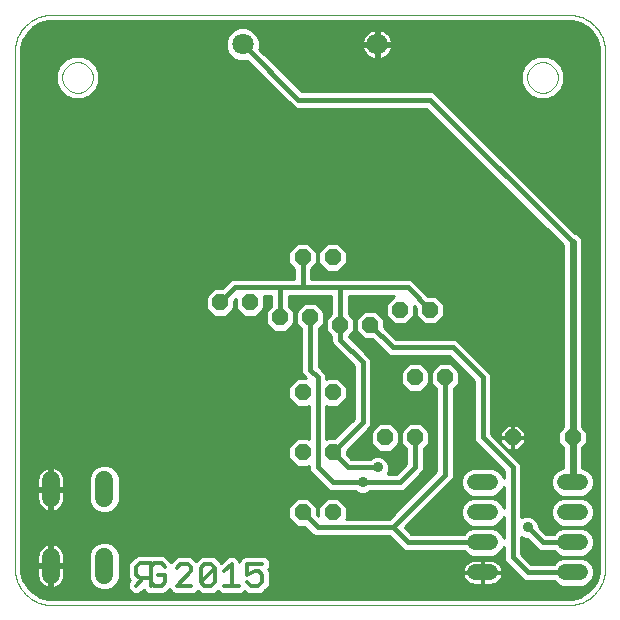
<source format=gtl>
G75*
G70*
%OFA0B0*%
%FSLAX24Y24*%
%IPPOS*%
%LPD*%
%AMOC8*
5,1,8,0,0,1.08239X$1,22.5*
%
%ADD10C,0.0000*%
%ADD11OC8,0.0520*%
%ADD12C,0.0520*%
%ADD13C,0.0600*%
%ADD14C,0.0120*%
%ADD15C,0.0709*%
%ADD16C,0.0160*%
%ADD17C,0.0357*%
%ADD18C,0.0100*%
%ADD19C,0.0240*%
D10*
X000559Y001809D02*
X000559Y018994D01*
X000561Y019062D01*
X000566Y019129D01*
X000575Y019196D01*
X000588Y019263D01*
X000605Y019328D01*
X000624Y019393D01*
X000648Y019457D01*
X000675Y019519D01*
X000705Y019580D01*
X000738Y019638D01*
X000774Y019695D01*
X000814Y019750D01*
X000856Y019803D01*
X000902Y019854D01*
X000949Y019901D01*
X001000Y019947D01*
X001053Y019989D01*
X001108Y020029D01*
X001165Y020065D01*
X001223Y020098D01*
X001284Y020128D01*
X001346Y020155D01*
X001410Y020179D01*
X001475Y020198D01*
X001540Y020215D01*
X001607Y020228D01*
X001674Y020237D01*
X001741Y020242D01*
X001809Y020244D01*
X018994Y020244D01*
X019062Y020242D01*
X019129Y020237D01*
X019196Y020228D01*
X019263Y020215D01*
X019328Y020198D01*
X019393Y020179D01*
X019457Y020155D01*
X019519Y020128D01*
X019580Y020098D01*
X019638Y020065D01*
X019695Y020029D01*
X019750Y019989D01*
X019803Y019947D01*
X019854Y019901D01*
X019901Y019854D01*
X019947Y019803D01*
X019989Y019750D01*
X020029Y019695D01*
X020065Y019638D01*
X020098Y019580D01*
X020128Y019519D01*
X020155Y019457D01*
X020179Y019393D01*
X020198Y019328D01*
X020215Y019263D01*
X020228Y019196D01*
X020237Y019129D01*
X020242Y019062D01*
X020244Y018994D01*
X020244Y001809D01*
X020242Y001741D01*
X020237Y001674D01*
X020228Y001607D01*
X020215Y001540D01*
X020198Y001475D01*
X020179Y001410D01*
X020155Y001346D01*
X020128Y001284D01*
X020098Y001223D01*
X020065Y001165D01*
X020029Y001108D01*
X019989Y001053D01*
X019947Y001000D01*
X019901Y000949D01*
X019854Y000902D01*
X019803Y000856D01*
X019750Y000814D01*
X019695Y000774D01*
X019638Y000738D01*
X019580Y000705D01*
X019519Y000675D01*
X019457Y000648D01*
X019393Y000624D01*
X019328Y000605D01*
X019263Y000588D01*
X019196Y000575D01*
X019129Y000566D01*
X019062Y000561D01*
X018994Y000559D01*
X001809Y000559D01*
X001741Y000561D01*
X001674Y000566D01*
X001607Y000575D01*
X001540Y000588D01*
X001475Y000605D01*
X001410Y000624D01*
X001346Y000648D01*
X001284Y000675D01*
X001223Y000705D01*
X001165Y000738D01*
X001108Y000774D01*
X001053Y000814D01*
X001000Y000856D01*
X000949Y000902D01*
X000902Y000949D01*
X000856Y001000D01*
X000814Y001053D01*
X000774Y001108D01*
X000738Y001165D01*
X000705Y001223D01*
X000675Y001284D01*
X000648Y001346D01*
X000624Y001410D01*
X000605Y001475D01*
X000588Y001540D01*
X000575Y001607D01*
X000566Y001674D01*
X000561Y001741D01*
X000559Y001809D01*
X002139Y018151D02*
X002141Y018196D01*
X002147Y018240D01*
X002156Y018284D01*
X002170Y018326D01*
X002187Y018367D01*
X002208Y018407D01*
X002232Y018445D01*
X002259Y018480D01*
X002289Y018513D01*
X002322Y018543D01*
X002357Y018570D01*
X002395Y018594D01*
X002435Y018615D01*
X002476Y018632D01*
X002518Y018646D01*
X002562Y018655D01*
X002606Y018661D01*
X002651Y018663D01*
X002696Y018661D01*
X002740Y018655D01*
X002784Y018646D01*
X002826Y018632D01*
X002867Y018615D01*
X002907Y018594D01*
X002945Y018570D01*
X002980Y018543D01*
X003013Y018513D01*
X003043Y018480D01*
X003070Y018445D01*
X003094Y018407D01*
X003115Y018367D01*
X003132Y018326D01*
X003146Y018284D01*
X003155Y018240D01*
X003161Y018196D01*
X003163Y018151D01*
X003161Y018106D01*
X003155Y018062D01*
X003146Y018018D01*
X003132Y017976D01*
X003115Y017935D01*
X003094Y017895D01*
X003070Y017857D01*
X003043Y017822D01*
X003013Y017789D01*
X002980Y017759D01*
X002945Y017732D01*
X002907Y017708D01*
X002867Y017687D01*
X002826Y017670D01*
X002784Y017656D01*
X002740Y017647D01*
X002696Y017641D01*
X002651Y017639D01*
X002606Y017641D01*
X002562Y017647D01*
X002518Y017656D01*
X002476Y017670D01*
X002435Y017687D01*
X002395Y017708D01*
X002357Y017732D01*
X002322Y017759D01*
X002289Y017789D01*
X002259Y017822D01*
X002232Y017857D01*
X002208Y017895D01*
X002187Y017935D01*
X002170Y017976D01*
X002156Y018018D01*
X002147Y018062D01*
X002141Y018106D01*
X002139Y018151D01*
X017639Y018151D02*
X017641Y018196D01*
X017647Y018240D01*
X017656Y018284D01*
X017670Y018326D01*
X017687Y018367D01*
X017708Y018407D01*
X017732Y018445D01*
X017759Y018480D01*
X017789Y018513D01*
X017822Y018543D01*
X017857Y018570D01*
X017895Y018594D01*
X017935Y018615D01*
X017976Y018632D01*
X018018Y018646D01*
X018062Y018655D01*
X018106Y018661D01*
X018151Y018663D01*
X018196Y018661D01*
X018240Y018655D01*
X018284Y018646D01*
X018326Y018632D01*
X018367Y018615D01*
X018407Y018594D01*
X018445Y018570D01*
X018480Y018543D01*
X018513Y018513D01*
X018543Y018480D01*
X018570Y018445D01*
X018594Y018407D01*
X018615Y018367D01*
X018632Y018326D01*
X018646Y018284D01*
X018655Y018240D01*
X018661Y018196D01*
X018663Y018151D01*
X018661Y018106D01*
X018655Y018062D01*
X018646Y018018D01*
X018632Y017976D01*
X018615Y017935D01*
X018594Y017895D01*
X018570Y017857D01*
X018543Y017822D01*
X018513Y017789D01*
X018480Y017759D01*
X018445Y017732D01*
X018407Y017708D01*
X018367Y017687D01*
X018326Y017670D01*
X018284Y017656D01*
X018240Y017647D01*
X018196Y017641D01*
X018151Y017639D01*
X018106Y017641D01*
X018062Y017647D01*
X018018Y017656D01*
X017976Y017670D01*
X017935Y017687D01*
X017895Y017708D01*
X017857Y017732D01*
X017822Y017759D01*
X017789Y017789D01*
X017759Y017822D01*
X017732Y017857D01*
X017708Y017895D01*
X017687Y017935D01*
X017670Y017976D01*
X017656Y018018D01*
X017647Y018062D01*
X017641Y018106D01*
X017639Y018151D01*
D11*
X011151Y012151D03*
X010151Y012151D03*
X008401Y010651D03*
X007401Y010651D03*
X009401Y010151D03*
X010401Y010151D03*
X011401Y009901D03*
X012401Y009901D03*
X013401Y010401D03*
X014401Y010401D03*
X013901Y008151D03*
X014901Y008151D03*
X013901Y006151D03*
X012901Y006151D03*
X011151Y005651D03*
X010151Y005651D03*
X010151Y007651D03*
X011151Y007651D03*
X011151Y003651D03*
X010151Y003651D03*
X017151Y006151D03*
X019151Y006151D03*
D12*
X018891Y004651D02*
X019411Y004651D01*
X019411Y003651D02*
X018891Y003651D01*
X018891Y002651D02*
X019411Y002651D01*
X019411Y001651D02*
X018891Y001651D01*
X016411Y001651D02*
X015891Y001651D01*
X015891Y002651D02*
X016411Y002651D01*
X016411Y003651D02*
X015891Y003651D01*
X015891Y004651D02*
X016411Y004651D01*
D13*
X003541Y004731D02*
X003541Y004131D01*
X001761Y004131D02*
X001761Y004731D01*
X001761Y002171D02*
X001761Y001571D01*
X003541Y001571D02*
X003541Y002171D01*
D14*
X004601Y001831D02*
X004601Y001581D01*
X004721Y001461D01*
X004841Y001461D01*
X004601Y001211D01*
X004841Y001461D02*
X005091Y001461D01*
X005091Y001831D01*
X005091Y001951D01*
X004721Y001951D01*
X004601Y001831D01*
X005091Y001831D02*
X005211Y001951D01*
X005451Y001951D01*
X005571Y001831D01*
X005581Y001581D02*
X005331Y001581D01*
X005581Y001581D02*
X005581Y001341D01*
X005461Y001211D01*
X005211Y001211D01*
X005091Y001331D01*
X005091Y001211D01*
X005091Y001331D02*
X005091Y001461D01*
X005951Y001211D02*
X006441Y001691D01*
X006441Y001811D01*
X006441Y001821D02*
X006321Y001941D01*
X006081Y001941D01*
X005951Y001811D01*
X005951Y001211D02*
X006441Y001211D01*
X006751Y001331D02*
X006871Y001211D01*
X007111Y001211D01*
X007231Y001331D01*
X007231Y001811D01*
X007111Y001931D01*
X006871Y001931D01*
X006751Y001811D01*
X006751Y001331D01*
X007221Y001811D01*
X007541Y001689D02*
X007784Y001931D01*
X007784Y001924D02*
X007784Y001219D01*
X008024Y001211D02*
X007539Y001211D01*
X008311Y001331D02*
X008431Y001211D01*
X008681Y001211D01*
X008801Y001331D01*
X008801Y001571D01*
X008801Y001581D02*
X008691Y001691D01*
X008561Y001691D01*
X008311Y001571D01*
X008311Y001931D01*
X008801Y001931D01*
D15*
X008161Y019256D03*
X012641Y019256D03*
D16*
X014401Y017401D02*
X010015Y017401D01*
X008161Y019256D01*
X014401Y017401D02*
X019151Y012651D01*
X015151Y009151D02*
X013151Y009151D01*
X012401Y009901D01*
X011401Y009901D02*
X011401Y009401D01*
X012151Y008651D01*
X012151Y006651D01*
X011151Y005651D01*
X011651Y005151D01*
X012651Y005151D01*
X012151Y004651D02*
X011151Y004651D01*
X010651Y005151D01*
X010651Y008151D01*
X010401Y008401D01*
X010401Y010151D01*
X011401Y009901D02*
X011401Y011151D01*
X010151Y011151D01*
X010151Y012151D01*
X010151Y011151D02*
X009401Y011151D01*
X009401Y010151D01*
X009401Y011151D02*
X007901Y011151D01*
X007401Y010651D01*
X011401Y011151D02*
X013651Y011151D01*
X014401Y010401D01*
X015151Y009151D02*
X016151Y008151D01*
X016151Y006151D01*
X017151Y005151D01*
X017151Y002151D01*
X017651Y001651D01*
X019151Y001651D01*
X019151Y002651D02*
X018151Y002651D01*
X017651Y003151D01*
X016151Y002651D02*
X013651Y002651D01*
X013151Y003151D01*
X010651Y003151D01*
X010151Y003651D01*
X012151Y004651D02*
X013401Y004651D01*
X013901Y005151D01*
X013901Y006151D01*
X014901Y004901D02*
X013151Y003151D01*
X014901Y004901D02*
X014901Y008151D01*
D17*
X012651Y005151D03*
X012151Y004651D03*
X017651Y003151D03*
D18*
X004390Y001040D02*
X001120Y001040D01*
X001176Y000984D02*
X000984Y001176D01*
X000848Y001411D01*
X000778Y001673D01*
X000769Y001809D01*
X000769Y018994D01*
X000778Y019129D01*
X000848Y019392D01*
X000984Y019627D01*
X001176Y019819D01*
X001411Y019955D01*
X001673Y020025D01*
X001809Y020034D01*
X001896Y020034D01*
X018907Y020034D01*
X018994Y020034D01*
X019130Y020025D01*
X019392Y019955D01*
X019627Y019819D01*
X019819Y019627D01*
X019955Y019392D01*
X020025Y019129D01*
X020034Y018994D01*
X020034Y001896D01*
X020034Y001809D01*
X020025Y001673D01*
X019955Y001411D01*
X019819Y001176D01*
X019627Y000984D01*
X019392Y000848D01*
X019129Y000778D01*
X018994Y000769D01*
X001896Y000769D01*
X001809Y000769D01*
X001673Y000778D01*
X001411Y000848D01*
X001176Y000984D01*
X001249Y000941D02*
X004551Y000941D01*
X004553Y000940D02*
X004660Y000942D01*
X004759Y000986D01*
X004852Y001083D01*
X004862Y001058D01*
X004938Y000982D01*
X005038Y000941D01*
X005145Y000941D01*
X005151Y000944D01*
X005158Y000941D01*
X005265Y000941D01*
X005413Y000941D01*
X005418Y000939D01*
X005467Y000941D01*
X005515Y000941D01*
X005520Y000943D01*
X005526Y000944D01*
X005569Y000964D01*
X005614Y000982D01*
X005618Y000986D01*
X005623Y000989D01*
X005656Y001024D01*
X005690Y001058D01*
X005692Y001063D01*
X005711Y001084D01*
X005721Y001061D01*
X005722Y001060D01*
X005722Y001058D01*
X005758Y001022D01*
X005796Y000984D01*
X005797Y000983D01*
X005798Y000982D01*
X005845Y000963D01*
X005895Y000942D01*
X005896Y000942D01*
X005898Y000941D01*
X005948Y000941D01*
X006002Y000941D01*
X006004Y000941D01*
X006495Y000941D01*
X006594Y000982D01*
X006656Y001044D01*
X006718Y000982D01*
X006818Y000941D01*
X006925Y000941D01*
X007058Y000941D01*
X007165Y000941D01*
X007264Y000982D01*
X007325Y001043D01*
X007386Y000982D01*
X007485Y000941D01*
X008077Y000941D01*
X008177Y000982D01*
X008227Y001033D01*
X008278Y000982D01*
X008378Y000941D01*
X008485Y000941D01*
X008735Y000941D01*
X008834Y000982D01*
X008910Y001058D01*
X009030Y001178D01*
X009071Y001278D01*
X009071Y001385D01*
X009071Y001625D01*
X009071Y001635D01*
X009030Y001734D01*
X009008Y001756D01*
X009030Y001778D01*
X009071Y001878D01*
X009071Y001985D01*
X009030Y002084D01*
X008954Y002160D01*
X008855Y002201D01*
X008365Y002201D01*
X008258Y002201D01*
X008158Y002160D01*
X008082Y002084D01*
X008047Y002000D01*
X008013Y002084D01*
X007937Y002160D01*
X007837Y002201D01*
X007730Y002201D01*
X007631Y002160D01*
X007447Y001977D01*
X007340Y002084D01*
X007264Y002160D01*
X007165Y002201D01*
X006925Y002201D01*
X006818Y002201D01*
X006718Y002160D01*
X006601Y002043D01*
X006474Y002170D01*
X006375Y002211D01*
X006268Y002211D01*
X006028Y002211D01*
X005928Y002170D01*
X005852Y002094D01*
X005771Y002013D01*
X005604Y002180D01*
X005505Y002221D01*
X005398Y002221D01*
X005158Y002221D01*
X005151Y002219D01*
X005145Y002221D01*
X004775Y002221D01*
X004668Y002221D01*
X004568Y002180D01*
X004448Y002060D01*
X004372Y001984D01*
X004331Y001885D01*
X004331Y001635D01*
X004331Y001528D01*
X004372Y001428D01*
X004405Y001396D01*
X004369Y001359D01*
X004330Y001259D01*
X004332Y001152D01*
X004376Y001054D01*
X004453Y000979D01*
X004553Y000940D01*
X004596Y000941D02*
X005414Y000941D01*
X005463Y000941D02*
X005964Y000941D01*
X006003Y000941D02*
X019553Y000941D01*
X019683Y001040D02*
X008891Y001040D01*
X008990Y001138D02*
X019781Y001138D01*
X019854Y001237D02*
X019639Y001237D01*
X019677Y001253D02*
X019810Y001385D01*
X019881Y001558D01*
X019881Y001745D01*
X019810Y001917D01*
X019677Y002050D01*
X019505Y002121D01*
X018798Y002121D01*
X018625Y002050D01*
X018517Y001941D01*
X017771Y001941D01*
X017441Y002271D01*
X017441Y002818D01*
X017574Y002763D01*
X017630Y002763D01*
X017987Y002405D01*
X018094Y002361D01*
X018209Y002361D01*
X018517Y002361D01*
X018625Y002253D01*
X018798Y002181D01*
X019505Y002181D01*
X019677Y002253D01*
X019810Y002385D01*
X019881Y002558D01*
X019881Y002745D01*
X019810Y002917D01*
X019677Y003050D01*
X019505Y003121D01*
X018798Y003121D01*
X018625Y003050D01*
X018517Y002941D01*
X018271Y002941D01*
X018040Y003173D01*
X018040Y003229D01*
X017981Y003371D01*
X017871Y003481D01*
X017729Y003540D01*
X017574Y003540D01*
X017441Y003485D01*
X017441Y005094D01*
X017441Y005209D01*
X017397Y005316D01*
X016441Y006271D01*
X016441Y008094D01*
X016441Y008209D01*
X016397Y008316D01*
X015397Y009316D01*
X015316Y009397D01*
X015209Y009441D01*
X013271Y009441D01*
X012871Y009841D01*
X012871Y010096D01*
X012596Y010371D01*
X012207Y010371D01*
X011931Y010096D01*
X011931Y009707D01*
X012207Y009431D01*
X012461Y009431D01*
X012987Y008905D01*
X013094Y008861D01*
X013209Y008861D01*
X015031Y008861D01*
X015861Y008031D01*
X015861Y006094D01*
X015905Y005987D01*
X015987Y005905D01*
X016861Y005031D01*
X016861Y004793D01*
X016810Y004917D01*
X016677Y005050D01*
X016505Y005121D01*
X015798Y005121D01*
X015625Y005050D01*
X015493Y004917D01*
X015421Y004745D01*
X015421Y004558D01*
X015493Y004385D01*
X015625Y004253D01*
X015798Y004181D01*
X016505Y004181D01*
X016677Y004253D01*
X016810Y004385D01*
X016861Y004510D01*
X016861Y003793D01*
X016810Y003917D01*
X016677Y004050D01*
X016505Y004121D01*
X015798Y004121D01*
X015625Y004050D01*
X015493Y003917D01*
X015421Y003745D01*
X015421Y003558D01*
X015493Y003385D01*
X015625Y003253D01*
X015798Y003181D01*
X016505Y003181D01*
X016677Y003253D01*
X016810Y003385D01*
X016861Y003510D01*
X016861Y002793D01*
X016810Y002917D01*
X016677Y003050D01*
X016505Y003121D01*
X015798Y003121D01*
X015625Y003050D01*
X015517Y002941D01*
X013771Y002941D01*
X013561Y003151D01*
X015147Y004737D01*
X015191Y004844D01*
X015191Y004959D01*
X015191Y007777D01*
X015371Y007957D01*
X015371Y008346D01*
X015096Y008621D01*
X014707Y008621D01*
X014431Y008346D01*
X014431Y007957D01*
X014611Y007777D01*
X014611Y005021D01*
X013031Y003441D01*
X011606Y003441D01*
X011621Y003457D01*
X011621Y003846D01*
X011346Y004121D01*
X010957Y004121D01*
X010681Y003846D01*
X010681Y003531D01*
X010621Y003591D01*
X010621Y003846D01*
X010346Y004121D01*
X009957Y004121D01*
X009681Y003846D01*
X009681Y003457D01*
X009957Y003181D01*
X010211Y003181D01*
X010487Y002905D01*
X010594Y002861D01*
X010709Y002861D01*
X013031Y002861D01*
X013487Y002405D01*
X013594Y002361D01*
X013709Y002361D01*
X015517Y002361D01*
X015625Y002253D01*
X015798Y002181D01*
X016505Y002181D01*
X016677Y002253D01*
X016810Y002385D01*
X016861Y002510D01*
X016861Y002094D01*
X016905Y001987D01*
X016987Y001905D01*
X017487Y001405D01*
X017594Y001361D01*
X017709Y001361D01*
X018517Y001361D01*
X018625Y001253D01*
X018798Y001181D01*
X019505Y001181D01*
X019677Y001253D01*
X019760Y001335D02*
X019911Y001335D01*
X019961Y001434D02*
X019830Y001434D01*
X019871Y001532D02*
X019987Y001532D01*
X020014Y001631D02*
X019881Y001631D01*
X019881Y001729D02*
X020029Y001729D01*
X020034Y001828D02*
X019847Y001828D01*
X019801Y001927D02*
X020034Y001927D01*
X020034Y002025D02*
X019702Y002025D01*
X019604Y002222D02*
X020034Y002222D01*
X020034Y002124D02*
X017589Y002124D01*
X017490Y002222D02*
X018699Y002222D01*
X018557Y002321D02*
X017441Y002321D01*
X017441Y002419D02*
X017973Y002419D01*
X017875Y002518D02*
X017441Y002518D01*
X017441Y002616D02*
X017776Y002616D01*
X017677Y002715D02*
X017441Y002715D01*
X017441Y002813D02*
X017452Y002813D01*
X016861Y002813D02*
X016853Y002813D01*
X016861Y002912D02*
X016812Y002912D01*
X016861Y003011D02*
X016717Y003011D01*
X016861Y003109D02*
X016534Y003109D01*
X016568Y003208D02*
X016861Y003208D01*
X016861Y003306D02*
X016731Y003306D01*
X016818Y003405D02*
X016861Y003405D01*
X016859Y003503D02*
X016861Y003503D01*
X016859Y003799D02*
X016861Y003799D01*
X016861Y003897D02*
X016818Y003897D01*
X016861Y003996D02*
X016731Y003996D01*
X016861Y004094D02*
X016569Y004094D01*
X016533Y004193D02*
X016861Y004193D01*
X016861Y004292D02*
X016716Y004292D01*
X016812Y004390D02*
X016861Y004390D01*
X016853Y004489D02*
X016861Y004489D01*
X016861Y004883D02*
X016824Y004883D01*
X016861Y004981D02*
X016746Y004981D01*
X016812Y005080D02*
X016604Y005080D01*
X016714Y005178D02*
X015191Y005178D01*
X015191Y005080D02*
X015698Y005080D01*
X015557Y004981D02*
X015191Y004981D01*
X015191Y004883D02*
X015478Y004883D01*
X015438Y004784D02*
X015167Y004784D01*
X015096Y004686D02*
X015421Y004686D01*
X015421Y004587D02*
X014997Y004587D01*
X014899Y004489D02*
X015450Y004489D01*
X015491Y004390D02*
X014800Y004390D01*
X014702Y004292D02*
X015586Y004292D01*
X015769Y004193D02*
X014603Y004193D01*
X014505Y004094D02*
X015733Y004094D01*
X015571Y003996D02*
X014406Y003996D01*
X014307Y003897D02*
X015484Y003897D01*
X015444Y003799D02*
X014209Y003799D01*
X014110Y003700D02*
X015421Y003700D01*
X015421Y003602D02*
X014012Y003602D01*
X013913Y003503D02*
X015444Y003503D01*
X015485Y003405D02*
X013815Y003405D01*
X013716Y003306D02*
X015572Y003306D01*
X015734Y003208D02*
X013618Y003208D01*
X013604Y003109D02*
X015768Y003109D01*
X015586Y003011D02*
X013702Y003011D01*
X013276Y002616D02*
X003799Y002616D01*
X003830Y002604D02*
X003643Y002681D01*
X003440Y002681D01*
X003252Y002604D01*
X003109Y002460D01*
X003031Y002273D01*
X003031Y001470D01*
X003109Y001282D01*
X003252Y001139D01*
X003440Y001061D01*
X003643Y001061D01*
X003830Y001139D01*
X003974Y001282D01*
X004051Y001470D01*
X004051Y002273D01*
X003974Y002460D01*
X003830Y002604D01*
X003916Y002518D02*
X013375Y002518D01*
X013473Y002419D02*
X003991Y002419D01*
X004031Y002321D02*
X015557Y002321D01*
X015699Y002222D02*
X004051Y002222D01*
X004051Y002124D02*
X004512Y002124D01*
X004413Y002025D02*
X004051Y002025D01*
X004051Y001927D02*
X004349Y001927D01*
X004331Y001828D02*
X004051Y001828D01*
X004051Y001729D02*
X004331Y001729D01*
X004331Y001631D02*
X004051Y001631D01*
X004051Y001532D02*
X004331Y001532D01*
X004370Y001434D02*
X004036Y001434D01*
X003995Y001335D02*
X004360Y001335D01*
X004331Y001237D02*
X003928Y001237D01*
X003828Y001138D02*
X004338Y001138D01*
X004811Y001040D02*
X004881Y001040D01*
X005671Y001040D02*
X005741Y001040D01*
X006651Y001040D02*
X006661Y001040D01*
X007321Y001040D02*
X007329Y001040D01*
X007399Y002025D02*
X007496Y002025D01*
X007594Y002124D02*
X007301Y002124D01*
X006682Y002124D02*
X006521Y002124D01*
X005882Y002124D02*
X005661Y002124D01*
X005759Y002025D02*
X005783Y002025D01*
X003974Y003842D02*
X004051Y004030D01*
X004051Y004833D01*
X003974Y005020D01*
X003830Y005164D01*
X003643Y005241D01*
X003440Y005241D01*
X003252Y005164D01*
X003109Y005020D01*
X003031Y004833D01*
X003031Y004030D01*
X003109Y003842D01*
X003252Y003699D01*
X003440Y003621D01*
X003643Y003621D01*
X003830Y003699D01*
X003974Y003842D01*
X003996Y003897D02*
X009733Y003897D01*
X009681Y003799D02*
X003930Y003799D01*
X003832Y003700D02*
X009681Y003700D01*
X009681Y003602D02*
X000769Y003602D01*
X000769Y003700D02*
X001631Y003700D01*
X001656Y003692D02*
X001711Y003684D01*
X001711Y004381D01*
X001811Y004381D01*
X001811Y003684D01*
X001867Y003692D01*
X001934Y003714D01*
X001997Y003746D01*
X002054Y003788D01*
X002104Y003838D01*
X002146Y003895D01*
X002178Y003959D01*
X002200Y004026D01*
X002211Y004096D01*
X002211Y004381D01*
X001811Y004381D01*
X001811Y004481D01*
X002211Y004481D01*
X002211Y004767D01*
X002200Y004837D01*
X002178Y004904D01*
X002146Y004967D01*
X002104Y005024D01*
X002054Y005074D01*
X001997Y005116D01*
X001934Y005148D01*
X001867Y005170D01*
X001811Y005179D01*
X001811Y004481D01*
X001711Y004481D01*
X001711Y004381D01*
X001311Y004381D01*
X001311Y004096D01*
X001322Y004026D01*
X001344Y003959D01*
X001376Y003895D01*
X001418Y003838D01*
X001468Y003788D01*
X001525Y003746D01*
X001589Y003714D01*
X001656Y003692D01*
X001711Y003700D02*
X001811Y003700D01*
X001891Y003700D02*
X003251Y003700D01*
X003152Y003799D02*
X002065Y003799D01*
X002147Y003897D02*
X003086Y003897D01*
X003045Y003996D02*
X002190Y003996D01*
X002211Y004094D02*
X003031Y004094D01*
X003031Y004193D02*
X002211Y004193D01*
X002211Y004292D02*
X003031Y004292D01*
X003031Y004390D02*
X001811Y004390D01*
X001811Y004292D02*
X001711Y004292D01*
X001711Y004390D02*
X000769Y004390D01*
X000769Y004292D02*
X001311Y004292D01*
X001311Y004193D02*
X000769Y004193D01*
X000769Y004094D02*
X001311Y004094D01*
X001332Y003996D02*
X000769Y003996D01*
X000769Y003897D02*
X001375Y003897D01*
X001457Y003799D02*
X000769Y003799D01*
X000769Y003503D02*
X009681Y003503D01*
X009733Y003405D02*
X000769Y003405D01*
X000769Y003306D02*
X009832Y003306D01*
X009930Y003208D02*
X000769Y003208D01*
X000769Y003109D02*
X010283Y003109D01*
X010382Y003011D02*
X000769Y003011D01*
X000769Y002912D02*
X010480Y002912D01*
X010621Y003602D02*
X010681Y003602D01*
X010681Y003700D02*
X010621Y003700D01*
X010621Y003799D02*
X010681Y003799D01*
X010733Y003897D02*
X010570Y003897D01*
X010471Y003996D02*
X010831Y003996D01*
X010930Y004094D02*
X010373Y004094D01*
X009930Y004094D02*
X004051Y004094D01*
X004037Y003996D02*
X009831Y003996D01*
X010608Y004784D02*
X004051Y004784D01*
X004051Y004686D02*
X010707Y004686D01*
X010805Y004587D02*
X004051Y004587D01*
X004051Y004489D02*
X010904Y004489D01*
X010905Y004487D02*
X010987Y004405D01*
X011094Y004361D01*
X011892Y004361D01*
X011931Y004322D01*
X012074Y004263D01*
X012229Y004263D01*
X012371Y004322D01*
X012411Y004361D01*
X013344Y004361D01*
X013459Y004361D01*
X013566Y004405D01*
X014147Y004987D01*
X014191Y005094D01*
X014191Y005209D01*
X014191Y005777D01*
X014371Y005957D01*
X014371Y006346D01*
X014096Y006621D01*
X013707Y006621D01*
X013431Y006346D01*
X013431Y005957D01*
X013611Y005777D01*
X013611Y005271D01*
X013281Y004941D01*
X012985Y004941D01*
X013040Y005074D01*
X013040Y005229D01*
X012981Y005371D01*
X012871Y005481D01*
X012729Y005540D01*
X012574Y005540D01*
X012431Y005481D01*
X012392Y005441D01*
X011771Y005441D01*
X011621Y005591D01*
X011621Y005711D01*
X012397Y006487D01*
X012441Y006594D01*
X012441Y006709D01*
X012441Y008709D01*
X012397Y008816D01*
X012316Y008897D01*
X011691Y009521D01*
X011691Y009527D01*
X011871Y009707D01*
X011871Y010096D01*
X011691Y010276D01*
X011691Y010861D01*
X013197Y010861D01*
X012931Y010596D01*
X012931Y010207D01*
X013207Y009931D01*
X013596Y009931D01*
X013871Y010207D01*
X013871Y010521D01*
X013931Y010461D01*
X013931Y010207D01*
X014207Y009931D01*
X014596Y009931D01*
X014871Y010207D01*
X014871Y010596D01*
X014596Y010871D01*
X014341Y010871D01*
X013816Y011397D01*
X013709Y011441D01*
X013594Y011441D01*
X011459Y011441D01*
X011344Y011441D01*
X010441Y011441D01*
X010441Y011777D01*
X010621Y011957D01*
X010621Y012346D01*
X010346Y012621D01*
X009957Y012621D01*
X009681Y012346D01*
X009681Y011957D01*
X009861Y011777D01*
X009861Y011441D01*
X009459Y011441D01*
X009344Y011441D01*
X007959Y011441D01*
X007844Y011441D01*
X007737Y011397D01*
X007461Y011121D01*
X007207Y011121D01*
X006931Y010846D01*
X006931Y010457D01*
X007207Y010181D01*
X007596Y010181D01*
X007871Y010457D01*
X007871Y010711D01*
X007931Y010771D01*
X007931Y010457D01*
X008207Y010181D01*
X008596Y010181D01*
X008871Y010457D01*
X008871Y010846D01*
X008856Y010861D01*
X009111Y010861D01*
X009111Y010526D01*
X008931Y010346D01*
X008931Y009957D01*
X009207Y009681D01*
X009596Y009681D01*
X009871Y009957D01*
X009871Y010346D01*
X009691Y010526D01*
X009691Y010861D01*
X010094Y010861D01*
X010209Y010861D01*
X011111Y010861D01*
X011111Y010276D01*
X010931Y010096D01*
X010931Y009707D01*
X011111Y009527D01*
X011111Y009459D01*
X011111Y009344D01*
X011155Y009237D01*
X011861Y008531D01*
X011861Y006771D01*
X011211Y006121D01*
X010957Y006121D01*
X010941Y006106D01*
X010941Y007197D01*
X010957Y007181D01*
X011346Y007181D01*
X011621Y007457D01*
X011621Y007846D01*
X011346Y008121D01*
X010957Y008121D01*
X010941Y008106D01*
X010941Y008209D01*
X010897Y008316D01*
X010816Y008397D01*
X010691Y008521D01*
X010691Y009777D01*
X010871Y009957D01*
X010871Y010346D01*
X010596Y010621D01*
X010207Y010621D01*
X009931Y010346D01*
X009931Y009957D01*
X010111Y009777D01*
X010111Y008459D01*
X010111Y008344D01*
X010155Y008237D01*
X010271Y008121D01*
X009957Y008121D01*
X009681Y007846D01*
X009681Y007457D01*
X009957Y007181D01*
X010346Y007181D01*
X010361Y007197D01*
X010361Y006106D01*
X010346Y006121D01*
X009957Y006121D01*
X009681Y005846D01*
X009681Y005457D01*
X009957Y005181D01*
X010346Y005181D01*
X010361Y005197D01*
X010361Y005094D01*
X010405Y004987D01*
X010905Y004487D01*
X011024Y004390D02*
X004051Y004390D01*
X004051Y004292D02*
X012005Y004292D01*
X012298Y004292D02*
X013881Y004292D01*
X013783Y004193D02*
X004051Y004193D01*
X004030Y004883D02*
X010510Y004883D01*
X010411Y004981D02*
X003990Y004981D01*
X003914Y005080D02*
X010367Y005080D01*
X010361Y005178D02*
X003794Y005178D01*
X003288Y005178D02*
X001814Y005178D01*
X001811Y005178D02*
X001711Y005178D01*
X001711Y005179D02*
X001656Y005170D01*
X001589Y005148D01*
X001525Y005116D01*
X001468Y005074D01*
X001418Y005024D01*
X001376Y004967D01*
X001344Y004904D01*
X001322Y004837D01*
X001311Y004767D01*
X001311Y004481D01*
X001711Y004481D01*
X001711Y005179D01*
X001709Y005178D02*
X000769Y005178D01*
X000769Y005080D02*
X001476Y005080D01*
X001387Y004981D02*
X000769Y004981D01*
X000769Y004883D02*
X001337Y004883D01*
X001314Y004784D02*
X000769Y004784D01*
X000769Y004686D02*
X001311Y004686D01*
X001311Y004587D02*
X000769Y004587D01*
X000769Y004489D02*
X001311Y004489D01*
X001711Y004489D02*
X001811Y004489D01*
X001811Y004587D02*
X001711Y004587D01*
X001711Y004686D02*
X001811Y004686D01*
X001811Y004784D02*
X001711Y004784D01*
X001711Y004883D02*
X001811Y004883D01*
X001811Y004981D02*
X001711Y004981D01*
X001711Y005080D02*
X001811Y005080D01*
X002047Y005080D02*
X003169Y005080D01*
X003093Y004981D02*
X002136Y004981D01*
X002185Y004883D02*
X003052Y004883D01*
X003031Y004784D02*
X002208Y004784D01*
X002211Y004686D02*
X003031Y004686D01*
X003031Y004587D02*
X002211Y004587D01*
X002211Y004489D02*
X003031Y004489D01*
X001811Y004193D02*
X001711Y004193D01*
X001711Y004094D02*
X001811Y004094D01*
X001811Y003996D02*
X001711Y003996D01*
X001711Y003897D02*
X001811Y003897D01*
X001811Y003799D02*
X001711Y003799D01*
X000769Y002813D02*
X013079Y002813D01*
X013177Y002715D02*
X000769Y002715D01*
X000769Y002616D02*
X001695Y002616D01*
X001711Y002616D02*
X001811Y002616D01*
X001811Y002619D02*
X001811Y001921D01*
X002211Y001921D01*
X002211Y002207D01*
X002200Y002277D01*
X002178Y002344D01*
X002146Y002407D01*
X002104Y002464D01*
X002054Y002514D01*
X001997Y002556D01*
X001934Y002588D01*
X001867Y002610D01*
X001811Y002619D01*
X001827Y002616D02*
X003283Y002616D01*
X003167Y002518D02*
X002050Y002518D01*
X002137Y002419D02*
X003092Y002419D01*
X003051Y002321D02*
X002186Y002321D01*
X002209Y002222D02*
X003031Y002222D01*
X003031Y002124D02*
X002211Y002124D01*
X002211Y002025D02*
X003031Y002025D01*
X003031Y001927D02*
X002211Y001927D01*
X002211Y001821D02*
X001811Y001821D01*
X001811Y001124D01*
X001867Y001132D01*
X001934Y001154D01*
X001997Y001186D01*
X002054Y001228D01*
X002104Y001278D01*
X002146Y001335D01*
X003087Y001335D01*
X003046Y001434D02*
X002190Y001434D01*
X002200Y001466D02*
X002178Y001399D01*
X002146Y001335D01*
X002063Y001237D02*
X003155Y001237D01*
X003254Y001138D02*
X001885Y001138D01*
X001811Y001138D02*
X001711Y001138D01*
X001711Y001124D02*
X001711Y001821D01*
X001811Y001821D01*
X001811Y001921D01*
X001711Y001921D01*
X001711Y001821D01*
X001311Y001821D01*
X001311Y001536D01*
X001322Y001466D01*
X001344Y001399D01*
X001376Y001335D01*
X000891Y001335D01*
X000842Y001434D02*
X001333Y001434D01*
X001312Y001532D02*
X000815Y001532D01*
X000789Y001631D02*
X001311Y001631D01*
X001311Y001729D02*
X000774Y001729D01*
X000769Y001828D02*
X001711Y001828D01*
X001711Y001921D02*
X001311Y001921D01*
X001311Y002207D01*
X001322Y002277D01*
X001344Y002344D01*
X001376Y002407D01*
X001418Y002464D01*
X001468Y002514D01*
X001525Y002556D01*
X001589Y002588D01*
X001656Y002610D01*
X001711Y002619D01*
X001711Y001921D01*
X001711Y001927D02*
X001811Y001927D01*
X001811Y002025D02*
X001711Y002025D01*
X001711Y002124D02*
X001811Y002124D01*
X001811Y002222D02*
X001711Y002222D01*
X001711Y002321D02*
X001811Y002321D01*
X001811Y002419D02*
X001711Y002419D01*
X001711Y002518D02*
X001811Y002518D01*
X001473Y002518D02*
X000769Y002518D01*
X000769Y002419D02*
X001385Y002419D01*
X001337Y002321D02*
X000769Y002321D01*
X000769Y002222D02*
X001314Y002222D01*
X001311Y002124D02*
X000769Y002124D01*
X000769Y002025D02*
X001311Y002025D01*
X001311Y001927D02*
X000769Y001927D01*
X001376Y001335D02*
X001418Y001278D01*
X001468Y001228D01*
X001525Y001186D01*
X001589Y001154D01*
X001656Y001132D01*
X001711Y001124D01*
X001638Y001138D02*
X001021Y001138D01*
X000948Y001237D02*
X001459Y001237D01*
X001711Y001237D02*
X001811Y001237D01*
X001811Y001335D02*
X001711Y001335D01*
X001711Y001434D02*
X001811Y001434D01*
X001811Y001532D02*
X001711Y001532D01*
X001711Y001631D02*
X001811Y001631D01*
X001811Y001729D02*
X001711Y001729D01*
X001811Y001828D02*
X003031Y001828D01*
X003031Y001729D02*
X002211Y001729D01*
X002211Y001821D02*
X002211Y001536D01*
X002200Y001466D01*
X002211Y001532D02*
X003031Y001532D01*
X003031Y001631D02*
X002211Y001631D01*
X001431Y000843D02*
X019372Y000843D01*
X018664Y001237D02*
X009054Y001237D01*
X009071Y001335D02*
X015629Y001335D01*
X015624Y001339D02*
X015676Y001301D01*
X015734Y001271D01*
X015795Y001251D01*
X015859Y001241D01*
X016121Y001241D01*
X016121Y001621D01*
X016181Y001621D01*
X016181Y001241D01*
X016444Y001241D01*
X016507Y001251D01*
X016569Y001271D01*
X016626Y001301D01*
X016678Y001339D01*
X016724Y001384D01*
X016762Y001436D01*
X016791Y001494D01*
X016811Y001555D01*
X016821Y001619D01*
X016821Y001621D01*
X016181Y001621D01*
X016181Y001681D01*
X016121Y001681D01*
X016121Y001621D01*
X015481Y001621D01*
X015481Y001619D01*
X015491Y001555D01*
X015511Y001494D01*
X015541Y001436D01*
X015579Y001384D01*
X015624Y001339D01*
X015542Y001434D02*
X009071Y001434D01*
X009071Y001532D02*
X015499Y001532D01*
X015481Y001681D02*
X016121Y001681D01*
X016121Y002061D01*
X015859Y002061D01*
X015795Y002051D01*
X015734Y002031D01*
X015676Y002002D01*
X015624Y001964D01*
X015579Y001918D01*
X015541Y001866D01*
X015511Y001809D01*
X015491Y001747D01*
X015481Y001684D01*
X015481Y001681D01*
X015489Y001729D02*
X009032Y001729D01*
X009051Y001828D02*
X015521Y001828D01*
X015587Y001927D02*
X009071Y001927D01*
X009055Y002025D02*
X015722Y002025D01*
X016121Y002025D02*
X016181Y002025D01*
X016181Y002061D02*
X016181Y001681D01*
X016821Y001681D01*
X016821Y001684D01*
X016811Y001747D01*
X016791Y001809D01*
X016762Y001866D01*
X016724Y001918D01*
X016678Y001964D01*
X016626Y002002D01*
X016569Y002031D01*
X016507Y002051D01*
X016444Y002061D01*
X016181Y002061D01*
X016181Y001927D02*
X016121Y001927D01*
X016121Y001828D02*
X016181Y001828D01*
X016181Y001729D02*
X016121Y001729D01*
X016121Y001631D02*
X009071Y001631D01*
X008991Y002124D02*
X016861Y002124D01*
X016861Y002222D02*
X016604Y002222D01*
X016745Y002321D02*
X016861Y002321D01*
X016861Y002419D02*
X016824Y002419D01*
X016890Y002025D02*
X016581Y002025D01*
X016716Y001927D02*
X016966Y001927D01*
X017064Y001828D02*
X016781Y001828D01*
X016814Y001729D02*
X017163Y001729D01*
X017261Y001631D02*
X016181Y001631D01*
X016181Y001532D02*
X016121Y001532D01*
X016121Y001434D02*
X016181Y001434D01*
X016181Y001335D02*
X016121Y001335D01*
X016674Y001335D02*
X018543Y001335D01*
X018600Y002025D02*
X017688Y002025D01*
X017360Y001532D02*
X016804Y001532D01*
X016760Y001434D02*
X017459Y001434D01*
X018202Y003011D02*
X018586Y003011D01*
X018768Y003109D02*
X018104Y003109D01*
X018040Y003208D02*
X018734Y003208D01*
X018798Y003181D02*
X019505Y003181D01*
X019677Y003253D01*
X019810Y003385D01*
X019881Y003558D01*
X019881Y003745D01*
X019810Y003917D01*
X019677Y004050D01*
X019505Y004121D01*
X018798Y004121D01*
X018625Y004050D01*
X018493Y003917D01*
X018421Y003745D01*
X018421Y003558D01*
X018493Y003385D01*
X018625Y003253D01*
X018798Y003181D01*
X018572Y003306D02*
X018008Y003306D01*
X017947Y003405D02*
X018485Y003405D01*
X018444Y003503D02*
X017816Y003503D01*
X017486Y003503D02*
X017441Y003503D01*
X017441Y003602D02*
X018421Y003602D01*
X018421Y003700D02*
X017441Y003700D01*
X017441Y003799D02*
X018444Y003799D01*
X018484Y003897D02*
X017441Y003897D01*
X017441Y003996D02*
X018571Y003996D01*
X018733Y004094D02*
X017441Y004094D01*
X017441Y004193D02*
X018769Y004193D01*
X018798Y004181D02*
X019505Y004181D01*
X019677Y004253D01*
X019810Y004385D01*
X019881Y004558D01*
X019881Y004745D01*
X019810Y004917D01*
X019677Y005050D01*
X019505Y005121D01*
X019481Y005121D01*
X019481Y005817D01*
X019621Y005957D01*
X019621Y006346D01*
X019481Y006486D01*
X019481Y012717D01*
X019431Y012838D01*
X019338Y012931D01*
X019242Y012971D01*
X014647Y017566D01*
X014566Y017647D01*
X014459Y017691D01*
X010136Y017691D01*
X008713Y019114D01*
X008725Y019143D01*
X008725Y019368D01*
X008639Y019575D01*
X008481Y019734D01*
X008273Y019820D01*
X008049Y019820D01*
X007841Y019734D01*
X007683Y019575D01*
X007597Y019368D01*
X007597Y019143D01*
X007683Y018936D01*
X007841Y018777D01*
X003026Y018777D01*
X003060Y018763D02*
X002795Y018873D01*
X002508Y018873D01*
X002242Y018763D01*
X002039Y018560D01*
X001929Y018295D01*
X001929Y018008D01*
X002039Y017742D01*
X002242Y017539D01*
X002508Y017429D01*
X002795Y017429D01*
X003060Y017539D01*
X003263Y017742D01*
X003373Y018008D01*
X003373Y018295D01*
X003263Y018560D01*
X003060Y018763D01*
X003144Y018679D02*
X008328Y018679D01*
X008303Y018704D02*
X009851Y017155D01*
X009958Y017111D01*
X010073Y017111D01*
X014281Y017111D01*
X018821Y012571D01*
X018821Y006486D01*
X018681Y006346D01*
X018681Y005957D01*
X018821Y005817D01*
X018821Y005121D01*
X018798Y005121D01*
X018625Y005050D01*
X018493Y004917D01*
X018421Y004745D01*
X018421Y004558D01*
X018493Y004385D01*
X018625Y004253D01*
X018798Y004181D01*
X018586Y004292D02*
X017441Y004292D01*
X017441Y004390D02*
X018491Y004390D01*
X018450Y004489D02*
X017441Y004489D01*
X017441Y004587D02*
X018421Y004587D01*
X018421Y004686D02*
X017441Y004686D01*
X017441Y004784D02*
X018438Y004784D01*
X018478Y004883D02*
X017441Y004883D01*
X017441Y004981D02*
X018557Y004981D01*
X018698Y005080D02*
X017441Y005080D01*
X017441Y005178D02*
X018821Y005178D01*
X018821Y005277D02*
X017413Y005277D01*
X017337Y005376D02*
X018821Y005376D01*
X018821Y005474D02*
X017239Y005474D01*
X017140Y005573D02*
X018821Y005573D01*
X018821Y005671D02*
X017041Y005671D01*
X016981Y005741D02*
X017121Y005741D01*
X017121Y006121D01*
X017181Y006121D01*
X017181Y005741D01*
X017321Y005741D01*
X017561Y005981D01*
X017561Y006121D01*
X017181Y006121D01*
X017181Y006181D01*
X017561Y006181D01*
X017561Y006321D01*
X017321Y006561D01*
X017181Y006561D01*
X017181Y006181D01*
X017121Y006181D01*
X017121Y006121D01*
X016741Y006121D01*
X016741Y005981D01*
X016981Y005741D01*
X016953Y005770D02*
X016943Y005770D01*
X016854Y005868D02*
X016844Y005868D01*
X016756Y005967D02*
X016746Y005967D01*
X016741Y006065D02*
X016647Y006065D01*
X016549Y006164D02*
X017121Y006164D01*
X017121Y006181D02*
X016741Y006181D01*
X016741Y006321D01*
X016981Y006561D01*
X017121Y006561D01*
X017121Y006181D01*
X017181Y006164D02*
X018681Y006164D01*
X018681Y006262D02*
X017561Y006262D01*
X017521Y006361D02*
X018696Y006361D01*
X018795Y006460D02*
X017423Y006460D01*
X017324Y006558D02*
X018821Y006558D01*
X018821Y006657D02*
X016441Y006657D01*
X016441Y006755D02*
X018821Y006755D01*
X018821Y006854D02*
X016441Y006854D01*
X016441Y006952D02*
X018821Y006952D01*
X018821Y007051D02*
X016441Y007051D01*
X016441Y007149D02*
X018821Y007149D01*
X018821Y007248D02*
X016441Y007248D01*
X016441Y007346D02*
X018821Y007346D01*
X018821Y007445D02*
X016441Y007445D01*
X016441Y007544D02*
X018821Y007544D01*
X018821Y007642D02*
X016441Y007642D01*
X016441Y007741D02*
X018821Y007741D01*
X018821Y007839D02*
X016441Y007839D01*
X016441Y007938D02*
X018821Y007938D01*
X018821Y008036D02*
X016441Y008036D01*
X016441Y008135D02*
X018821Y008135D01*
X018821Y008233D02*
X016431Y008233D01*
X016381Y008332D02*
X018821Y008332D01*
X018821Y008430D02*
X016282Y008430D01*
X016184Y008529D02*
X018821Y008529D01*
X018821Y008627D02*
X016085Y008627D01*
X015987Y008726D02*
X018821Y008726D01*
X018821Y008825D02*
X015888Y008825D01*
X015789Y008923D02*
X018821Y008923D01*
X018821Y009022D02*
X015691Y009022D01*
X015592Y009120D02*
X018821Y009120D01*
X018821Y009219D02*
X015494Y009219D01*
X015395Y009317D02*
X018821Y009317D01*
X018821Y009416D02*
X015270Y009416D01*
X015068Y008825D02*
X012388Y008825D01*
X012434Y008726D02*
X015166Y008726D01*
X015265Y008627D02*
X012441Y008627D01*
X012441Y008529D02*
X013614Y008529D01*
X013707Y008621D02*
X013431Y008346D01*
X013431Y007957D01*
X013707Y007681D01*
X014096Y007681D01*
X014371Y007957D01*
X014371Y008346D01*
X014096Y008621D01*
X013707Y008621D01*
X013516Y008430D02*
X012441Y008430D01*
X012441Y008332D02*
X013431Y008332D01*
X013431Y008233D02*
X012441Y008233D01*
X012441Y008135D02*
X013431Y008135D01*
X013431Y008036D02*
X012441Y008036D01*
X012441Y007938D02*
X013450Y007938D01*
X013549Y007839D02*
X012441Y007839D01*
X012441Y007741D02*
X013647Y007741D01*
X014155Y007741D02*
X014611Y007741D01*
X014611Y007642D02*
X012441Y007642D01*
X012441Y007544D02*
X014611Y007544D01*
X014611Y007445D02*
X012441Y007445D01*
X012441Y007346D02*
X014611Y007346D01*
X014611Y007248D02*
X012441Y007248D01*
X012441Y007149D02*
X014611Y007149D01*
X014611Y007051D02*
X012441Y007051D01*
X012441Y006952D02*
X014611Y006952D01*
X014611Y006854D02*
X012441Y006854D01*
X012441Y006755D02*
X014611Y006755D01*
X014611Y006657D02*
X012441Y006657D01*
X012426Y006558D02*
X012643Y006558D01*
X012707Y006621D02*
X012431Y006346D01*
X012431Y005957D01*
X012707Y005681D01*
X013096Y005681D01*
X013371Y005957D01*
X013371Y006346D01*
X013096Y006621D01*
X012707Y006621D01*
X012545Y006460D02*
X012370Y006460D01*
X012446Y006361D02*
X012271Y006361D01*
X012173Y006262D02*
X012431Y006262D01*
X012431Y006164D02*
X012074Y006164D01*
X011975Y006065D02*
X012431Y006065D01*
X012431Y005967D02*
X011877Y005967D01*
X011778Y005868D02*
X012520Y005868D01*
X012618Y005770D02*
X011680Y005770D01*
X011621Y005671D02*
X013611Y005671D01*
X013611Y005573D02*
X011640Y005573D01*
X011739Y005474D02*
X012425Y005474D01*
X012878Y005474D02*
X013611Y005474D01*
X013611Y005376D02*
X012976Y005376D01*
X013020Y005277D02*
X013611Y005277D01*
X013518Y005178D02*
X013040Y005178D01*
X013040Y005080D02*
X013420Y005080D01*
X013321Y004981D02*
X013001Y004981D01*
X013529Y004390D02*
X013980Y004390D01*
X014079Y004489D02*
X013649Y004489D01*
X013747Y004587D02*
X014177Y004587D01*
X014276Y004686D02*
X013846Y004686D01*
X013944Y004784D02*
X014374Y004784D01*
X014473Y004883D02*
X014043Y004883D01*
X014141Y004981D02*
X014571Y004981D01*
X014611Y005080D02*
X014186Y005080D01*
X014191Y005178D02*
X014611Y005178D01*
X014611Y005277D02*
X014191Y005277D01*
X014191Y005376D02*
X014611Y005376D01*
X014611Y005474D02*
X014191Y005474D01*
X014191Y005573D02*
X014611Y005573D01*
X014611Y005671D02*
X014191Y005671D01*
X014191Y005770D02*
X014611Y005770D01*
X014611Y005868D02*
X014283Y005868D01*
X014371Y005967D02*
X014611Y005967D01*
X014611Y006065D02*
X014371Y006065D01*
X014371Y006164D02*
X014611Y006164D01*
X014611Y006262D02*
X014371Y006262D01*
X014356Y006361D02*
X014611Y006361D01*
X014611Y006460D02*
X014258Y006460D01*
X014159Y006558D02*
X014611Y006558D01*
X015191Y006558D02*
X015861Y006558D01*
X015861Y006460D02*
X015191Y006460D01*
X015191Y006361D02*
X015861Y006361D01*
X015861Y006262D02*
X015191Y006262D01*
X015191Y006164D02*
X015861Y006164D01*
X015873Y006065D02*
X015191Y006065D01*
X015191Y005967D02*
X015926Y005967D01*
X016024Y005868D02*
X015191Y005868D01*
X015191Y005770D02*
X016123Y005770D01*
X016221Y005671D02*
X015191Y005671D01*
X015191Y005573D02*
X016320Y005573D01*
X016418Y005474D02*
X015191Y005474D01*
X015191Y005376D02*
X016517Y005376D01*
X016615Y005277D02*
X015191Y005277D01*
X016450Y006262D02*
X016741Y006262D01*
X016781Y006361D02*
X016441Y006361D01*
X016441Y006460D02*
X016880Y006460D01*
X016978Y006558D02*
X016441Y006558D01*
X015861Y006657D02*
X015191Y006657D01*
X015191Y006755D02*
X015861Y006755D01*
X015861Y006854D02*
X015191Y006854D01*
X015191Y006952D02*
X015861Y006952D01*
X015861Y007051D02*
X015191Y007051D01*
X015191Y007149D02*
X015861Y007149D01*
X015861Y007248D02*
X015191Y007248D01*
X015191Y007346D02*
X015861Y007346D01*
X015861Y007445D02*
X015191Y007445D01*
X015191Y007544D02*
X015861Y007544D01*
X015861Y007642D02*
X015191Y007642D01*
X015191Y007741D02*
X015861Y007741D01*
X015861Y007839D02*
X015254Y007839D01*
X015352Y007938D02*
X015861Y007938D01*
X015856Y008036D02*
X015371Y008036D01*
X015371Y008135D02*
X015758Y008135D01*
X015659Y008233D02*
X015371Y008233D01*
X015371Y008332D02*
X015561Y008332D01*
X015462Y008430D02*
X015287Y008430D01*
X015363Y008529D02*
X015188Y008529D01*
X014614Y008529D02*
X014188Y008529D01*
X014287Y008430D02*
X014516Y008430D01*
X014431Y008332D02*
X014371Y008332D01*
X014371Y008233D02*
X014431Y008233D01*
X014431Y008135D02*
X014371Y008135D01*
X014371Y008036D02*
X014431Y008036D01*
X014450Y007938D02*
X014352Y007938D01*
X014254Y007839D02*
X014549Y007839D01*
X013643Y006558D02*
X013159Y006558D01*
X013258Y006460D02*
X013545Y006460D01*
X013446Y006361D02*
X013356Y006361D01*
X013371Y006262D02*
X013431Y006262D01*
X013431Y006164D02*
X013371Y006164D01*
X013371Y006065D02*
X013431Y006065D01*
X013431Y005967D02*
X013371Y005967D01*
X013283Y005868D02*
X013520Y005868D01*
X013611Y005770D02*
X013184Y005770D01*
X011861Y006854D02*
X010941Y006854D01*
X010941Y006952D02*
X011861Y006952D01*
X011861Y007051D02*
X010941Y007051D01*
X010941Y007149D02*
X011861Y007149D01*
X011861Y007248D02*
X011413Y007248D01*
X011511Y007346D02*
X011861Y007346D01*
X011861Y007445D02*
X011610Y007445D01*
X011621Y007544D02*
X011861Y007544D01*
X011861Y007642D02*
X011621Y007642D01*
X011621Y007741D02*
X011861Y007741D01*
X011861Y007839D02*
X011621Y007839D01*
X011529Y007938D02*
X011861Y007938D01*
X011861Y008036D02*
X011431Y008036D01*
X011861Y008135D02*
X010941Y008135D01*
X010931Y008233D02*
X011861Y008233D01*
X011861Y008332D02*
X010881Y008332D01*
X010782Y008430D02*
X011861Y008430D01*
X011861Y008529D02*
X010691Y008529D01*
X010691Y008627D02*
X011765Y008627D01*
X011666Y008726D02*
X010691Y008726D01*
X010691Y008825D02*
X011568Y008825D01*
X011469Y008923D02*
X010691Y008923D01*
X010691Y009022D02*
X011371Y009022D01*
X011272Y009120D02*
X010691Y009120D01*
X010691Y009219D02*
X011174Y009219D01*
X011122Y009317D02*
X010691Y009317D01*
X010691Y009416D02*
X011111Y009416D01*
X011111Y009514D02*
X010691Y009514D01*
X010691Y009613D02*
X011025Y009613D01*
X010931Y009711D02*
X010691Y009711D01*
X010725Y009810D02*
X010931Y009810D01*
X010931Y009909D02*
X010823Y009909D01*
X010871Y010007D02*
X010931Y010007D01*
X010941Y010106D02*
X010871Y010106D01*
X010871Y010204D02*
X011040Y010204D01*
X011111Y010303D02*
X010871Y010303D01*
X010816Y010401D02*
X011111Y010401D01*
X011111Y010500D02*
X010717Y010500D01*
X010619Y010598D02*
X011111Y010598D01*
X011111Y010697D02*
X009691Y010697D01*
X009691Y010795D02*
X011111Y010795D01*
X011691Y010795D02*
X013131Y010795D01*
X013032Y010697D02*
X011691Y010697D01*
X011691Y010598D02*
X012934Y010598D01*
X012931Y010500D02*
X011691Y010500D01*
X011691Y010401D02*
X012931Y010401D01*
X012931Y010303D02*
X012664Y010303D01*
X012763Y010204D02*
X012934Y010204D01*
X012861Y010106D02*
X013032Y010106D01*
X013131Y010007D02*
X012871Y010007D01*
X012871Y009909D02*
X018821Y009909D01*
X018821Y010007D02*
X014672Y010007D01*
X014770Y010106D02*
X018821Y010106D01*
X018821Y010204D02*
X014869Y010204D01*
X014871Y010303D02*
X018821Y010303D01*
X018821Y010401D02*
X014871Y010401D01*
X014871Y010500D02*
X018821Y010500D01*
X018821Y010598D02*
X014869Y010598D01*
X014770Y010697D02*
X018821Y010697D01*
X018821Y010795D02*
X014672Y010795D01*
X014319Y010894D02*
X018821Y010894D01*
X018821Y010993D02*
X014220Y010993D01*
X014122Y011091D02*
X018821Y011091D01*
X018821Y011190D02*
X014023Y011190D01*
X013924Y011288D02*
X018821Y011288D01*
X018821Y011387D02*
X013826Y011387D01*
X013871Y010500D02*
X013893Y010500D01*
X013871Y010401D02*
X013931Y010401D01*
X013931Y010303D02*
X013871Y010303D01*
X013869Y010204D02*
X013934Y010204D01*
X014032Y010106D02*
X013770Y010106D01*
X013672Y010007D02*
X014131Y010007D01*
X013198Y009514D02*
X018821Y009514D01*
X018821Y009613D02*
X013100Y009613D01*
X013001Y009711D02*
X018821Y009711D01*
X018821Y009810D02*
X012903Y009810D01*
X012477Y009416D02*
X011797Y009416D01*
X011895Y009317D02*
X012575Y009317D01*
X012674Y009219D02*
X011994Y009219D01*
X012092Y009120D02*
X012772Y009120D01*
X012871Y009022D02*
X012191Y009022D01*
X012289Y008923D02*
X012969Y008923D01*
X012123Y009514D02*
X011698Y009514D01*
X011778Y009613D02*
X012025Y009613D01*
X011931Y009711D02*
X011871Y009711D01*
X011871Y009810D02*
X011931Y009810D01*
X011931Y009909D02*
X011871Y009909D01*
X011871Y010007D02*
X011931Y010007D01*
X011941Y010106D02*
X011861Y010106D01*
X011763Y010204D02*
X012040Y010204D01*
X012138Y010303D02*
X011691Y010303D01*
X010441Y011485D02*
X018821Y011485D01*
X018821Y011584D02*
X010441Y011584D01*
X010441Y011682D02*
X010956Y011682D01*
X010957Y011681D02*
X011346Y011681D01*
X011621Y011957D01*
X011621Y012346D01*
X011346Y012621D01*
X010957Y012621D01*
X010681Y012346D01*
X010681Y011957D01*
X010957Y011681D01*
X010857Y011781D02*
X010446Y011781D01*
X010544Y011879D02*
X010758Y011879D01*
X010681Y011978D02*
X010621Y011978D01*
X010621Y012076D02*
X010681Y012076D01*
X010681Y012175D02*
X010621Y012175D01*
X010621Y012274D02*
X010681Y012274D01*
X010707Y012372D02*
X010595Y012372D01*
X010496Y012471D02*
X010806Y012471D01*
X010905Y012569D02*
X010398Y012569D01*
X009905Y012569D02*
X000769Y012569D01*
X000769Y012471D02*
X009806Y012471D01*
X009707Y012372D02*
X000769Y012372D01*
X000769Y012274D02*
X009681Y012274D01*
X009681Y012175D02*
X000769Y012175D01*
X000769Y012076D02*
X009681Y012076D01*
X009681Y011978D02*
X000769Y011978D01*
X000769Y011879D02*
X009758Y011879D01*
X009857Y011781D02*
X000769Y011781D01*
X000769Y011682D02*
X009861Y011682D01*
X009861Y011584D02*
X000769Y011584D01*
X000769Y011485D02*
X009861Y011485D01*
X009111Y010795D02*
X008871Y010795D01*
X008871Y010697D02*
X009111Y010697D01*
X009111Y010598D02*
X008871Y010598D01*
X008871Y010500D02*
X009085Y010500D01*
X008987Y010401D02*
X008816Y010401D01*
X008717Y010303D02*
X008931Y010303D01*
X008931Y010204D02*
X008619Y010204D01*
X008931Y010106D02*
X000769Y010106D01*
X000769Y010204D02*
X007184Y010204D01*
X007085Y010303D02*
X000769Y010303D01*
X000769Y010401D02*
X006987Y010401D01*
X006931Y010500D02*
X000769Y010500D01*
X000769Y010598D02*
X006931Y010598D01*
X006931Y010697D02*
X000769Y010697D01*
X000769Y010795D02*
X006931Y010795D01*
X006979Y010894D02*
X000769Y010894D01*
X000769Y010993D02*
X007078Y010993D01*
X007176Y011091D02*
X000769Y011091D01*
X000769Y011190D02*
X007530Y011190D01*
X007628Y011288D02*
X000769Y011288D01*
X000769Y011387D02*
X007727Y011387D01*
X007871Y010697D02*
X007931Y010697D01*
X007931Y010598D02*
X007871Y010598D01*
X007871Y010500D02*
X007931Y010500D01*
X007987Y010401D02*
X007816Y010401D01*
X007717Y010303D02*
X008085Y010303D01*
X008184Y010204D02*
X007619Y010204D01*
X008931Y010007D02*
X000769Y010007D01*
X000769Y009909D02*
X008979Y009909D01*
X009078Y009810D02*
X000769Y009810D01*
X000769Y009711D02*
X009176Y009711D01*
X009626Y009711D02*
X010111Y009711D01*
X010111Y009613D02*
X000769Y009613D01*
X000769Y009514D02*
X010111Y009514D01*
X010111Y009416D02*
X000769Y009416D01*
X000769Y009317D02*
X010111Y009317D01*
X010111Y009219D02*
X000769Y009219D01*
X000769Y009120D02*
X010111Y009120D01*
X010111Y009022D02*
X000769Y009022D01*
X000769Y008923D02*
X010111Y008923D01*
X010111Y008825D02*
X000769Y008825D01*
X000769Y008726D02*
X010111Y008726D01*
X010111Y008627D02*
X000769Y008627D01*
X000769Y008529D02*
X010111Y008529D01*
X010111Y008430D02*
X000769Y008430D01*
X000769Y008332D02*
X010116Y008332D01*
X010159Y008233D02*
X000769Y008233D01*
X000769Y008135D02*
X010258Y008135D01*
X009872Y008036D02*
X000769Y008036D01*
X000769Y007938D02*
X009773Y007938D01*
X009681Y007839D02*
X000769Y007839D01*
X000769Y007741D02*
X009681Y007741D01*
X009681Y007642D02*
X000769Y007642D01*
X000769Y007544D02*
X009681Y007544D01*
X009693Y007445D02*
X000769Y007445D01*
X000769Y007346D02*
X009791Y007346D01*
X009890Y007248D02*
X000769Y007248D01*
X000769Y007149D02*
X010361Y007149D01*
X010361Y007051D02*
X000769Y007051D01*
X000769Y006952D02*
X010361Y006952D01*
X010361Y006854D02*
X000769Y006854D01*
X000769Y006755D02*
X010361Y006755D01*
X010361Y006657D02*
X000769Y006657D01*
X000769Y006558D02*
X010361Y006558D01*
X010361Y006460D02*
X000769Y006460D01*
X000769Y006361D02*
X010361Y006361D01*
X010361Y006262D02*
X000769Y006262D01*
X000769Y006164D02*
X010361Y006164D01*
X009901Y006065D02*
X000769Y006065D01*
X000769Y005967D02*
X009802Y005967D01*
X009704Y005868D02*
X000769Y005868D01*
X000769Y005770D02*
X009681Y005770D01*
X009681Y005671D02*
X000769Y005671D01*
X000769Y005573D02*
X009681Y005573D01*
X009681Y005474D02*
X000769Y005474D01*
X000769Y005376D02*
X009762Y005376D01*
X009861Y005277D02*
X000769Y005277D01*
X000769Y012668D02*
X018725Y012668D01*
X018821Y012569D02*
X011398Y012569D01*
X011496Y012471D02*
X018821Y012471D01*
X018821Y012372D02*
X011595Y012372D01*
X011621Y012274D02*
X018821Y012274D01*
X018821Y012175D02*
X011621Y012175D01*
X011621Y012076D02*
X018821Y012076D01*
X018821Y011978D02*
X011621Y011978D01*
X011544Y011879D02*
X018821Y011879D01*
X018821Y011781D02*
X011446Y011781D01*
X011347Y011682D02*
X018821Y011682D01*
X019481Y011682D02*
X020034Y011682D01*
X020034Y011584D02*
X019481Y011584D01*
X019481Y011485D02*
X020034Y011485D01*
X020034Y011387D02*
X019481Y011387D01*
X019481Y011288D02*
X020034Y011288D01*
X020034Y011190D02*
X019481Y011190D01*
X019481Y011091D02*
X020034Y011091D01*
X020034Y010993D02*
X019481Y010993D01*
X019481Y010894D02*
X020034Y010894D01*
X020034Y010795D02*
X019481Y010795D01*
X019481Y010697D02*
X020034Y010697D01*
X020034Y010598D02*
X019481Y010598D01*
X019481Y010500D02*
X020034Y010500D01*
X020034Y010401D02*
X019481Y010401D01*
X019481Y010303D02*
X020034Y010303D01*
X020034Y010204D02*
X019481Y010204D01*
X019481Y010106D02*
X020034Y010106D01*
X020034Y010007D02*
X019481Y010007D01*
X019481Y009909D02*
X020034Y009909D01*
X020034Y009810D02*
X019481Y009810D01*
X019481Y009711D02*
X020034Y009711D01*
X020034Y009613D02*
X019481Y009613D01*
X019481Y009514D02*
X020034Y009514D01*
X020034Y009416D02*
X019481Y009416D01*
X019481Y009317D02*
X020034Y009317D01*
X020034Y009219D02*
X019481Y009219D01*
X019481Y009120D02*
X020034Y009120D01*
X020034Y009022D02*
X019481Y009022D01*
X019481Y008923D02*
X020034Y008923D01*
X020034Y008825D02*
X019481Y008825D01*
X019481Y008726D02*
X020034Y008726D01*
X020034Y008627D02*
X019481Y008627D01*
X019481Y008529D02*
X020034Y008529D01*
X020034Y008430D02*
X019481Y008430D01*
X019481Y008332D02*
X020034Y008332D01*
X020034Y008233D02*
X019481Y008233D01*
X019481Y008135D02*
X020034Y008135D01*
X020034Y008036D02*
X019481Y008036D01*
X019481Y007938D02*
X020034Y007938D01*
X020034Y007839D02*
X019481Y007839D01*
X019481Y007741D02*
X020034Y007741D01*
X020034Y007642D02*
X019481Y007642D01*
X019481Y007544D02*
X020034Y007544D01*
X020034Y007445D02*
X019481Y007445D01*
X019481Y007346D02*
X020034Y007346D01*
X020034Y007248D02*
X019481Y007248D01*
X019481Y007149D02*
X020034Y007149D01*
X020034Y007051D02*
X019481Y007051D01*
X019481Y006952D02*
X020034Y006952D01*
X020034Y006854D02*
X019481Y006854D01*
X019481Y006755D02*
X020034Y006755D01*
X020034Y006657D02*
X019481Y006657D01*
X019481Y006558D02*
X020034Y006558D01*
X020034Y006460D02*
X019508Y006460D01*
X019606Y006361D02*
X020034Y006361D01*
X020034Y006262D02*
X019621Y006262D01*
X019621Y006164D02*
X020034Y006164D01*
X020034Y006065D02*
X019621Y006065D01*
X019621Y005967D02*
X020034Y005967D01*
X020034Y005868D02*
X019533Y005868D01*
X019481Y005770D02*
X020034Y005770D01*
X020034Y005671D02*
X019481Y005671D01*
X019481Y005573D02*
X020034Y005573D01*
X020034Y005474D02*
X019481Y005474D01*
X019481Y005376D02*
X020034Y005376D01*
X020034Y005277D02*
X019481Y005277D01*
X019481Y005178D02*
X020034Y005178D01*
X020034Y005080D02*
X019604Y005080D01*
X019746Y004981D02*
X020034Y004981D01*
X020034Y004883D02*
X019824Y004883D01*
X019865Y004784D02*
X020034Y004784D01*
X020034Y004686D02*
X019881Y004686D01*
X019881Y004587D02*
X020034Y004587D01*
X020034Y004489D02*
X019853Y004489D01*
X019812Y004390D02*
X020034Y004390D01*
X020034Y004292D02*
X019716Y004292D01*
X019533Y004193D02*
X020034Y004193D01*
X020034Y004094D02*
X019569Y004094D01*
X019731Y003996D02*
X020034Y003996D01*
X020034Y003897D02*
X019818Y003897D01*
X019859Y003799D02*
X020034Y003799D01*
X020034Y003700D02*
X019881Y003700D01*
X019881Y003602D02*
X020034Y003602D01*
X020034Y003503D02*
X019859Y003503D01*
X019818Y003405D02*
X020034Y003405D01*
X020034Y003306D02*
X019731Y003306D01*
X019568Y003208D02*
X020034Y003208D01*
X020034Y003109D02*
X019534Y003109D01*
X019717Y003011D02*
X020034Y003011D01*
X020034Y002912D02*
X019812Y002912D01*
X019853Y002813D02*
X020034Y002813D01*
X020034Y002715D02*
X019881Y002715D01*
X019881Y002616D02*
X020034Y002616D01*
X020034Y002518D02*
X019865Y002518D01*
X019824Y002419D02*
X020034Y002419D01*
X020034Y002321D02*
X019745Y002321D01*
X018821Y005770D02*
X017350Y005770D01*
X017448Y005868D02*
X018770Y005868D01*
X018681Y005967D02*
X017547Y005967D01*
X017561Y006065D02*
X018681Y006065D01*
X017181Y006065D02*
X017121Y006065D01*
X017121Y005967D02*
X017181Y005967D01*
X017181Y005868D02*
X017121Y005868D01*
X017121Y005770D02*
X017181Y005770D01*
X017181Y006262D02*
X017121Y006262D01*
X017121Y006361D02*
X017181Y006361D01*
X017181Y006460D02*
X017121Y006460D01*
X017121Y006558D02*
X017181Y006558D01*
X013684Y004094D02*
X011373Y004094D01*
X011471Y003996D02*
X013586Y003996D01*
X013487Y003897D02*
X011570Y003897D01*
X011621Y003799D02*
X013389Y003799D01*
X013290Y003700D02*
X011621Y003700D01*
X011621Y003602D02*
X013192Y003602D01*
X013093Y003503D02*
X011621Y003503D01*
X011254Y006164D02*
X010941Y006164D01*
X010941Y006262D02*
X011352Y006262D01*
X011451Y006361D02*
X010941Y006361D01*
X010941Y006460D02*
X011549Y006460D01*
X011648Y006558D02*
X010941Y006558D01*
X010941Y006657D02*
X011747Y006657D01*
X011845Y006755D02*
X010941Y006755D01*
X010078Y009810D02*
X009725Y009810D01*
X009823Y009909D02*
X009979Y009909D01*
X009931Y010007D02*
X009871Y010007D01*
X009871Y010106D02*
X009931Y010106D01*
X009931Y010204D02*
X009871Y010204D01*
X009871Y010303D02*
X009931Y010303D01*
X009987Y010401D02*
X009816Y010401D01*
X009717Y010500D02*
X010085Y010500D01*
X010184Y010598D02*
X009691Y010598D01*
X015276Y016117D02*
X000769Y016117D01*
X000769Y016215D02*
X015177Y016215D01*
X015079Y016314D02*
X000769Y016314D01*
X000769Y016412D02*
X014980Y016412D01*
X014881Y016511D02*
X000769Y016511D01*
X000769Y016609D02*
X014783Y016609D01*
X014684Y016708D02*
X000769Y016708D01*
X000769Y016807D02*
X014586Y016807D01*
X014487Y016905D02*
X000769Y016905D01*
X000769Y017004D02*
X014389Y017004D01*
X014290Y017102D02*
X000769Y017102D01*
X000769Y017201D02*
X009806Y017201D01*
X009707Y017299D02*
X000769Y017299D01*
X000769Y017398D02*
X009609Y017398D01*
X009510Y017496D02*
X002956Y017496D01*
X003116Y017595D02*
X009412Y017595D01*
X009313Y017693D02*
X003214Y017693D01*
X003284Y017792D02*
X009215Y017792D01*
X009116Y017891D02*
X003325Y017891D01*
X003365Y017989D02*
X009017Y017989D01*
X008919Y018088D02*
X003373Y018088D01*
X003373Y018186D02*
X008820Y018186D01*
X008722Y018285D02*
X003373Y018285D01*
X003336Y018383D02*
X008623Y018383D01*
X008525Y018482D02*
X003296Y018482D01*
X003243Y018580D02*
X008426Y018580D01*
X008303Y018704D02*
X008273Y018691D01*
X008049Y018691D01*
X007841Y018777D01*
X007743Y018876D02*
X000769Y018876D01*
X000769Y018777D02*
X002277Y018777D01*
X002158Y018679D02*
X000769Y018679D01*
X000769Y018580D02*
X002060Y018580D01*
X002007Y018482D02*
X000769Y018482D01*
X000769Y018383D02*
X001966Y018383D01*
X001929Y018285D02*
X000769Y018285D01*
X000769Y018186D02*
X001929Y018186D01*
X001929Y018088D02*
X000769Y018088D01*
X000769Y017989D02*
X001937Y017989D01*
X001978Y017891D02*
X000769Y017891D01*
X000769Y017792D02*
X002019Y017792D01*
X002088Y017693D02*
X000769Y017693D01*
X000769Y017595D02*
X002187Y017595D01*
X002346Y017496D02*
X000769Y017496D01*
X000769Y016018D02*
X015374Y016018D01*
X015473Y015920D02*
X000769Y015920D01*
X000769Y015821D02*
X015571Y015821D01*
X015670Y015723D02*
X000769Y015723D01*
X000769Y015624D02*
X015768Y015624D01*
X015867Y015526D02*
X000769Y015526D01*
X000769Y015427D02*
X015965Y015427D01*
X016064Y015328D02*
X000769Y015328D01*
X000769Y015230D02*
X016162Y015230D01*
X016261Y015131D02*
X000769Y015131D01*
X000769Y015033D02*
X016360Y015033D01*
X016458Y014934D02*
X000769Y014934D01*
X000769Y014836D02*
X016557Y014836D01*
X016655Y014737D02*
X000769Y014737D01*
X000769Y014639D02*
X016754Y014639D01*
X016852Y014540D02*
X000769Y014540D01*
X000769Y014442D02*
X016951Y014442D01*
X017049Y014343D02*
X000769Y014343D01*
X000769Y014244D02*
X017148Y014244D01*
X017246Y014146D02*
X000769Y014146D01*
X000769Y014047D02*
X017345Y014047D01*
X017444Y013949D02*
X000769Y013949D01*
X000769Y013850D02*
X017542Y013850D01*
X017641Y013752D02*
X000769Y013752D01*
X000769Y013653D02*
X017739Y013653D01*
X017838Y013555D02*
X000769Y013555D01*
X000769Y013456D02*
X017936Y013456D01*
X018035Y013358D02*
X000769Y013358D01*
X000769Y013259D02*
X018133Y013259D01*
X018232Y013160D02*
X000769Y013160D01*
X000769Y013062D02*
X018330Y013062D01*
X018429Y012963D02*
X000769Y012963D01*
X000769Y012865D02*
X018528Y012865D01*
X018626Y012766D02*
X000769Y012766D01*
X000769Y018975D02*
X007667Y018975D01*
X007626Y019073D02*
X000774Y019073D01*
X000778Y019129D02*
X000778Y019129D01*
X000789Y019172D02*
X007597Y019172D01*
X007597Y019270D02*
X000815Y019270D01*
X000842Y019369D02*
X007597Y019369D01*
X007638Y019467D02*
X000891Y019467D01*
X000948Y019566D02*
X007679Y019566D01*
X007772Y019664D02*
X001021Y019664D01*
X001120Y019763D02*
X007911Y019763D01*
X008411Y019763D02*
X019683Y019763D01*
X019781Y019664D02*
X012937Y019664D01*
X012906Y019687D02*
X012835Y019723D01*
X012759Y019747D01*
X012691Y019758D01*
X012691Y019306D01*
X012591Y019306D01*
X012591Y019758D01*
X012523Y019747D01*
X012448Y019723D01*
X012377Y019687D01*
X012313Y019640D01*
X012257Y019584D01*
X012210Y019520D01*
X012174Y019449D01*
X012149Y019374D01*
X012139Y019306D01*
X012591Y019306D01*
X012591Y019206D01*
X012139Y019206D01*
X012149Y019137D01*
X012174Y019062D01*
X012210Y018991D01*
X012257Y018927D01*
X012313Y018871D01*
X012377Y018824D01*
X012448Y018788D01*
X012523Y018764D01*
X012591Y018753D01*
X012591Y019205D01*
X012691Y019205D01*
X012691Y018753D01*
X012759Y018764D01*
X012835Y018788D01*
X012906Y018824D01*
X012970Y018871D01*
X013026Y018927D01*
X013073Y018991D01*
X013109Y019062D01*
X013133Y019137D01*
X013144Y019206D01*
X012692Y019206D01*
X012692Y019306D01*
X013144Y019306D01*
X013133Y019374D01*
X013109Y019449D01*
X013073Y019520D01*
X013026Y019584D01*
X012970Y019640D01*
X012906Y019687D01*
X013039Y019566D02*
X019854Y019566D01*
X019911Y019467D02*
X013100Y019467D01*
X013134Y019369D02*
X019961Y019369D01*
X019987Y019270D02*
X012692Y019270D01*
X012691Y019172D02*
X012591Y019172D01*
X012591Y019270D02*
X008725Y019270D01*
X008725Y019172D02*
X012144Y019172D01*
X012170Y019073D02*
X008754Y019073D01*
X008852Y018975D02*
X012222Y018975D01*
X012308Y018876D02*
X008951Y018876D01*
X009049Y018777D02*
X012481Y018777D01*
X012591Y018777D02*
X012691Y018777D01*
X012691Y018876D02*
X012591Y018876D01*
X012591Y018975D02*
X012691Y018975D01*
X012691Y019073D02*
X012591Y019073D01*
X012802Y018777D02*
X017777Y018777D01*
X017742Y018763D02*
X017539Y018560D01*
X017429Y018295D01*
X017429Y018008D01*
X017539Y017742D01*
X017742Y017539D01*
X018008Y017429D01*
X018295Y017429D01*
X018560Y017539D01*
X018763Y017742D01*
X018873Y018008D01*
X018873Y018295D01*
X018763Y018560D01*
X018560Y018763D01*
X018295Y018873D01*
X018008Y018873D01*
X017742Y018763D01*
X017658Y018679D02*
X009148Y018679D01*
X009246Y018580D02*
X017560Y018580D01*
X017507Y018482D02*
X009345Y018482D01*
X009444Y018383D02*
X017466Y018383D01*
X017429Y018285D02*
X009542Y018285D01*
X009641Y018186D02*
X017429Y018186D01*
X017429Y018088D02*
X009739Y018088D01*
X009838Y017989D02*
X017437Y017989D01*
X017478Y017891D02*
X009936Y017891D01*
X010035Y017792D02*
X017519Y017792D01*
X017588Y017693D02*
X010133Y017693D01*
X008725Y019369D02*
X012149Y019369D01*
X012183Y019467D02*
X008684Y019467D01*
X008643Y019566D02*
X012243Y019566D01*
X012346Y019664D02*
X008550Y019664D01*
X012591Y019664D02*
X012691Y019664D01*
X012691Y019566D02*
X012591Y019566D01*
X012591Y019467D02*
X012691Y019467D01*
X012691Y019369D02*
X012591Y019369D01*
X013061Y018975D02*
X020034Y018975D01*
X020029Y019073D02*
X013112Y019073D01*
X013139Y019172D02*
X020014Y019172D01*
X020034Y018876D02*
X012975Y018876D01*
X014618Y017595D02*
X017687Y017595D01*
X017846Y017496D02*
X014716Y017496D01*
X014815Y017398D02*
X020034Y017398D01*
X020034Y017496D02*
X018456Y017496D01*
X018616Y017595D02*
X020034Y017595D01*
X020034Y017693D02*
X018714Y017693D01*
X018784Y017792D02*
X020034Y017792D01*
X020034Y017891D02*
X018825Y017891D01*
X018865Y017989D02*
X020034Y017989D01*
X020034Y018088D02*
X018873Y018088D01*
X018873Y018186D02*
X020034Y018186D01*
X020034Y018285D02*
X018873Y018285D01*
X018836Y018383D02*
X020034Y018383D01*
X020034Y018482D02*
X018796Y018482D01*
X018743Y018580D02*
X020034Y018580D01*
X020034Y018679D02*
X018644Y018679D01*
X018526Y018777D02*
X020034Y018777D01*
X019553Y019861D02*
X001249Y019861D01*
X001431Y019960D02*
X019372Y019960D01*
X020034Y017299D02*
X014913Y017299D01*
X015012Y017201D02*
X020034Y017201D01*
X020034Y017102D02*
X015110Y017102D01*
X015209Y017004D02*
X020034Y017004D01*
X020034Y016905D02*
X015307Y016905D01*
X015406Y016807D02*
X020034Y016807D01*
X020034Y016708D02*
X015505Y016708D01*
X015603Y016609D02*
X020034Y016609D01*
X020034Y016511D02*
X015702Y016511D01*
X015800Y016412D02*
X020034Y016412D01*
X020034Y016314D02*
X015899Y016314D01*
X015997Y016215D02*
X020034Y016215D01*
X020034Y016117D02*
X016096Y016117D01*
X016194Y016018D02*
X020034Y016018D01*
X020034Y015920D02*
X016293Y015920D01*
X016391Y015821D02*
X020034Y015821D01*
X020034Y015723D02*
X016490Y015723D01*
X016589Y015624D02*
X020034Y015624D01*
X020034Y015526D02*
X016687Y015526D01*
X016786Y015427D02*
X020034Y015427D01*
X020034Y015328D02*
X016884Y015328D01*
X016983Y015230D02*
X020034Y015230D01*
X020034Y015131D02*
X017081Y015131D01*
X017180Y015033D02*
X020034Y015033D01*
X020034Y014934D02*
X017278Y014934D01*
X017377Y014836D02*
X020034Y014836D01*
X020034Y014737D02*
X017475Y014737D01*
X017574Y014639D02*
X020034Y014639D01*
X020034Y014540D02*
X017673Y014540D01*
X017771Y014442D02*
X020034Y014442D01*
X020034Y014343D02*
X017870Y014343D01*
X017968Y014244D02*
X020034Y014244D01*
X020034Y014146D02*
X018067Y014146D01*
X018165Y014047D02*
X020034Y014047D01*
X020034Y013949D02*
X018264Y013949D01*
X018362Y013850D02*
X020034Y013850D01*
X020034Y013752D02*
X018461Y013752D01*
X018559Y013653D02*
X020034Y013653D01*
X020034Y013555D02*
X018658Y013555D01*
X018756Y013456D02*
X020034Y013456D01*
X020034Y013358D02*
X018855Y013358D01*
X018954Y013259D02*
X020034Y013259D01*
X020034Y013160D02*
X019052Y013160D01*
X019151Y013062D02*
X020034Y013062D01*
X020034Y012963D02*
X019260Y012963D01*
X019404Y012865D02*
X020034Y012865D01*
X020034Y012766D02*
X019461Y012766D01*
X019481Y012668D02*
X020034Y012668D01*
X020034Y012569D02*
X019481Y012569D01*
X019481Y012471D02*
X020034Y012471D01*
X020034Y012372D02*
X019481Y012372D01*
X019481Y012274D02*
X020034Y012274D01*
X020034Y012175D02*
X019481Y012175D01*
X019481Y012076D02*
X020034Y012076D01*
X020034Y011978D02*
X019481Y011978D01*
X019481Y011879D02*
X020034Y011879D01*
X020034Y011781D02*
X019481Y011781D01*
X008122Y002124D02*
X007973Y002124D01*
X008037Y002025D02*
X008058Y002025D01*
D19*
X019151Y004651D02*
X019151Y006151D01*
X019151Y012651D01*
M02*

</source>
